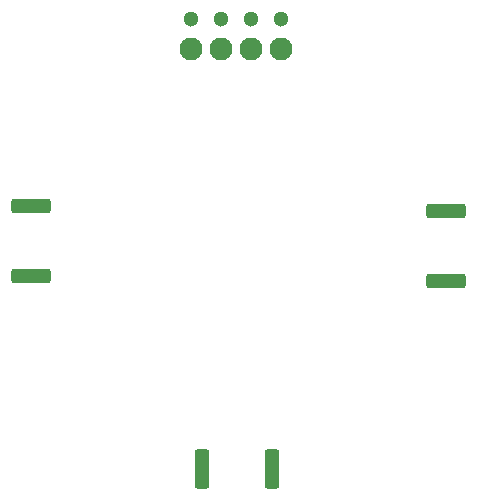
<source format=gbr>
%TF.GenerationSoftware,KiCad,Pcbnew,(7.0.0)*%
%TF.CreationDate,2023-02-25T11:53:05+01:00*%
%TF.ProjectId,rgb-spot-10w,7267622d-7370-46f7-942d-3130772e6b69,rev?*%
%TF.SameCoordinates,Original*%
%TF.FileFunction,Soldermask,Top*%
%TF.FilePolarity,Negative*%
%FSLAX46Y46*%
G04 Gerber Fmt 4.6, Leading zero omitted, Abs format (unit mm)*
G04 Created by KiCad (PCBNEW (7.0.0)) date 2023-02-25 11:53:05*
%MOMM*%
%LPD*%
G01*
G04 APERTURE LIST*
G04 Aperture macros list*
%AMRoundRect*
0 Rectangle with rounded corners*
0 $1 Rounding radius*
0 $2 $3 $4 $5 $6 $7 $8 $9 X,Y pos of 4 corners*
0 Add a 4 corners polygon primitive as box body*
4,1,4,$2,$3,$4,$5,$6,$7,$8,$9,$2,$3,0*
0 Add four circle primitives for the rounded corners*
1,1,$1+$1,$2,$3*
1,1,$1+$1,$4,$5*
1,1,$1+$1,$6,$7*
1,1,$1+$1,$8,$9*
0 Add four rect primitives between the rounded corners*
20,1,$1+$1,$2,$3,$4,$5,0*
20,1,$1+$1,$4,$5,$6,$7,0*
20,1,$1+$1,$6,$7,$8,$9,0*
20,1,$1+$1,$8,$9,$2,$3,0*%
G04 Aperture macros list end*
%ADD10RoundRect,0.250000X-1.425000X0.362500X-1.425000X-0.362500X1.425000X-0.362500X1.425000X0.362500X0*%
%ADD11C,1.300000*%
%ADD12C,1.950000*%
%ADD13RoundRect,0.250000X-0.362500X-1.425000X0.362500X-1.425000X0.362500X1.425000X-0.362500X1.425000X0*%
G04 APERTURE END LIST*
D10*
%TO.C,R1*%
X160700000Y-88900000D03*
X160700000Y-94825000D03*
%TD*%
%TO.C,R3*%
X125560000Y-88477500D03*
X125560000Y-94402500D03*
%TD*%
D11*
%TO.C,J1*%
X146730000Y-72655000D03*
X144190000Y-72655000D03*
X141650000Y-72645000D03*
X139110000Y-72655000D03*
D12*
X146730000Y-75195000D03*
X144190000Y-75185000D03*
X141650000Y-75195000D03*
X139110000Y-75195000D03*
%TD*%
D13*
%TO.C,R2*%
X139997500Y-110740000D03*
X145922500Y-110740000D03*
%TD*%
M02*

</source>
